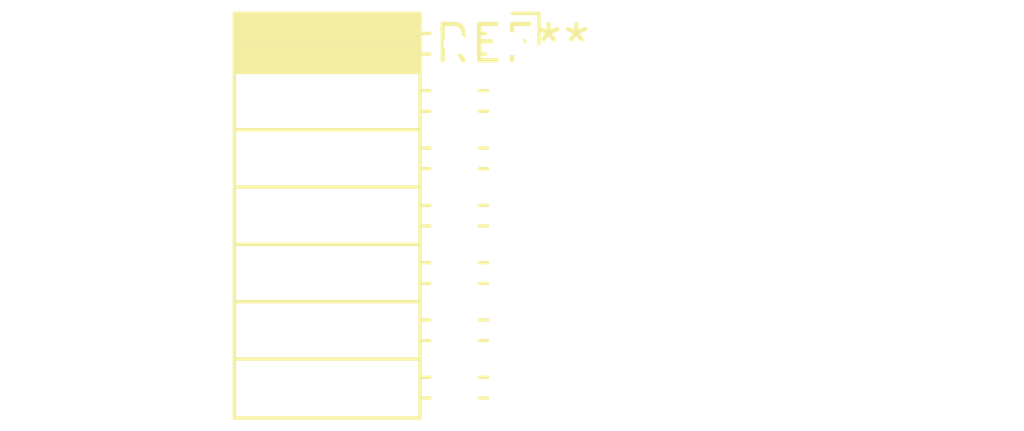
<source format=kicad_pcb>
(kicad_pcb (version 20240108) (generator pcbnew)
  (layers (0 "F.Cu" signal) (31 "B.Cu" signal) (34 "B.Paste" user) (35 "F.Paste" user) (36 "B.SilkS" user "B.Silkscreen") (37 "F.SilkS" user "F.Silkscreen") (38 "B.Mask" user) (39 "F.Mask" user) (44 "Edge.Cuts" user))
  (net 0 "")
  (footprint "PinSocket_2x07_P2.00mm_Horizontal" (layer "F.Cu") (at 0 0)
    (property "Reference" "REF**")
    (property "Value" "PinSocket_2x07_P2.00mm_Horizontal")
    (fp_line (start -9.68 -1.06) (end -9.68 13.06) (layer "F.SilkS") (stroke (width 0.12)))
    (fp_line (start -9.68 -1.06) (end -3.21 -1.06) (layer "F.SilkS") (stroke (width 0.12)))
    (fp_line (start -9.68 -0.94) (end -3.21 -0.94) (layer "F.SilkS") (stroke (width 0.12)))
    (fp_line (start -9.68 -0.825882) (end -3.21 -0.825882) (layer "F.SilkS") (stroke (width 0.12)))
    (fp_line (start -9.68 -0.711764) (end -3.21 -0.711764) (layer "F.SilkS") (stroke (width 0.12)))
    (fp_line (start -9.68 -0.597646) (end -3.21 -0.597646) (layer "F.SilkS") (stroke (width 0.12)))
    (fp_line (start -9.68 -0.483528) (end -3.21 -0.483528) (layer "F.SilkS") (stroke (width 0.12)))
    (fp_line (start -9.68 -0.36941) (end -3.21 -0.36941) (layer "F.SilkS") (stroke (width 0.12)))
    (fp_line (start -9.68 -0.255292) (end -3.21 -0.255292) (layer "F.SilkS") (stroke (width 0.12)))
    (fp_line (start -9.68 -0.141174) (end -3.21 -0.141174) (layer "F.SilkS") (stroke (width 0.12)))
    (fp_line (start -9.68 -0.027056) (end -3.21 -0.027056) (layer "F.SilkS") (stroke (width 0.12)))
    (fp_line (start -9.68 0.087062) (end -3.21 0.087062) (layer "F.SilkS") (stroke (width 0.12)))
    (fp_line (start -9.68 0.20118) (end -3.21 0.20118) (layer "F.SilkS") (stroke (width 0.12)))
    (fp_line (start -9.68 0.315298) (end -3.21 0.315298) (layer "F.SilkS") (stroke (width 0.12)))
    (fp_line (start -9.68 0.429416) (end -3.21 0.429416) (layer "F.SilkS") (stroke (width 0.12)))
    (fp_line (start -9.68 0.543534) (end -3.21 0.543534) (layer "F.SilkS") (stroke (width 0.12)))
    (fp_line (start -9.68 0.657652) (end -3.21 0.657652) (layer "F.SilkS") (stroke (width 0.12)))
    (fp_line (start -9.68 0.77177) (end -3.21 0.77177) (layer "F.SilkS") (stroke (width 0.12)))
    (fp_line (start -9.68 0.885888) (end -3.21 0.885888) (layer "F.SilkS") (stroke (width 0.12)))
    (fp_line (start -9.68 1) (end -3.21 1) (layer "F.SilkS") (stroke (width 0.12)))
    (fp_line (start -9.68 3) (end -3.21 3) (layer "F.SilkS") (stroke (width 0.12)))
    (fp_line (start -9.68 5) (end -3.21 5) (layer "F.SilkS") (stroke (width 0.12)))
    (fp_line (start -9.68 7) (end -3.21 7) (layer "F.SilkS") (stroke (width 0.12)))
    (fp_line (start -9.68 9) (end -3.21 9) (layer "F.SilkS") (stroke (width 0.12)))
    (fp_line (start -9.68 11) (end -3.21 11) (layer "F.SilkS") (stroke (width 0.12)))
    (fp_line (start -9.68 13.06) (end -3.21 13.06) (layer "F.SilkS") (stroke (width 0.12)))
    (fp_line (start -3.21 -1.06) (end -3.21 13.06) (layer "F.SilkS") (stroke (width 0.12)))
    (fp_line (start -3.21 -0.36) (end -2.862917 -0.36) (layer "F.SilkS") (stroke (width 0.12)))
    (fp_line (start -3.21 0.36) (end -2.862917 0.36) (layer "F.SilkS") (stroke (width 0.12)))
    (fp_line (start -3.21 1.64) (end -2.862917 1.64) (layer "F.SilkS") (stroke (width 0.12)))
    (fp_line (start -3.21 2.36) (end -2.862917 2.36) (layer "F.SilkS") (stroke (width 0.12)))
    (fp_line (start -3.21 3.64) (end -2.862917 3.64) (layer "F.SilkS") (stroke (width 0.12)))
    (fp_line (start -3.21 4.36) (end -2.862917 4.36) (layer "F.SilkS") (stroke (width 0.12)))
    (fp_line (start -3.21 5.64) (end -2.862917 5.64) (layer "F.SilkS") (stroke (width 0.12)))
    (fp_line (start -3.21 6.36) (end -2.862917 6.36) (layer "F.SilkS") (stroke (width 0.12)))
    (fp_line (start -3.21 7.64) (end -2.862917 7.64) (layer "F.SilkS") (stroke (width 0.12)))
    (fp_line (start -3.21 8.36) (end -2.862917 8.36) (layer "F.SilkS") (stroke (width 0.12)))
    (fp_line (start -3.21 9.64) (end -2.862917 9.64) (layer "F.SilkS") (stroke (width 0.12)))
    (fp_line (start -3.21 10.36) (end -2.862917 10.36) (layer "F.SilkS") (stroke (width 0.12)))
    (fp_line (start -3.21 11.64) (end -2.862917 11.64) (layer "F.SilkS") (stroke (width 0.12)))
    (fp_line (start -3.21 12.36) (end -2.862917 12.36) (layer "F.SilkS") (stroke (width 0.12)))
    (fp_line (start -1.137083 -0.36) (end -0.935 -0.36) (layer "F.SilkS") (stroke (width 0.12)))
    (fp_line (start -1.137083 0.36) (end -0.935 0.36) (layer "F.SilkS") (stroke (width 0.12)))
    (fp_line (start -1.137083 1.64) (end -0.862917 1.64) (layer "F.SilkS") (stroke (width 0.12)))
    (fp_line (start -1.137083 2.36) (end -0.862917 2.36) (layer "F.SilkS") (stroke (width 0.12)))
    (fp_line (start -1.137083 3.64) (end -0.862917 3.64) (layer "F.SilkS") (stroke (width 0.12)))
    (fp_line (start -1.137083 4.36) (end -0.862917 4.36) (layer "F.SilkS") (stroke (width 0.12)))
    (fp_line (start -1.137083 5.64) (end -0.862917 5.64) (layer "F.SilkS") (stroke (width 0.12)))
    (fp_line (start -1.137083 6.36) (end -0.862917 6.36) (layer "F.SilkS") (stroke (width 0.12)))
    (fp_line (start -1.137083 7.64) (end -0.862917 7.64) (layer "F.SilkS") (stroke (width 0.12)))
    (fp_line (start -1.137083 8.36) (end -0.862917 8.36) (layer "F.SilkS") (stroke (width 0.12)))
    (fp_line (start -1.137083 9.64) (end -0.862917 9.64) (layer "F.SilkS") (stroke (width 0.12)))
    (fp_line (start -1.137083 10.36) (end -0.862917 10.36) (layer "F.SilkS") (stroke (width 0.12)))
    (fp_line (start -1.137083 11.64) (end -0.862917 11.64) (layer "F.SilkS") (stroke (width 0.12)))
    (fp_line (start -1.137083 12.36) (end -0.862917 12.36) (layer "F.SilkS") (stroke (width 0.12)))
    (fp_line (start 0 -1.06) (end 0.935 -1.06) (layer "F.SilkS") (stroke (width 0.12)))
    (fp_line (start 0.935 -1.06) (end 0.935 0) (layer "F.SilkS") (stroke (width 0.12)))
    (pad "1" thru_hole rect (at 0 0) (size 1.35 1.35) (drill 0.8) (layers *.Cu *.Mask) (remove_unused_layers))
    (pad "2" thru_hole oval (at -2 0) (size 1.35 1.35) (drill 0.8) (layers *.Cu *.Mask) (remove_unused_layers))
    (pad "3" thru_hole oval (at 0 2) (size 1.35 1.35) (drill 0.8) (layers *.Cu *.Mask) (remove_unused_layers))
    (pad "4" thru_hole oval (at -2 2) (size 1.35 1.35) (drill 0.8) (layers *.Cu *.Mask) (remove_unused_layers))
    (pad "5" thru_hole oval (at 0 4) (size 1.35 1.35) (drill 0.8) (layers *.Cu *.Mask) (remove_unused_layers))
    (pad "6" thru_hole oval (at -2 4) (size 1.35 1.35) (drill 0.8) (layers *.Cu *.Mask) (remove_unused_layers))
    (pad "7" thru_hole oval (at 0 6) (size 1.35 1.35) (drill 0.8) (layers *.Cu *.Mask) (remove_unused_layers))
    (pad "8" thru_hole oval (at -2 6) (size 1.35 1.35) (drill 0.8) (layers *.Cu *.Mask) (remove_unused_layers))
    (pad "9" thru_hole oval (at 0 8) (size 1.35 1.35) (drill 0.8) (layers *.Cu *.Mask) (remove_unused_layers))
    (pad "10" thru_hole oval (at -2 8) (size 1.35 1.35) (drill 0.8) (layers *.Cu *.Mask) (remove_unused_layers))
    (pad "11" thru_hole oval (at 0 10) (size 1.35 1.35) (drill 0.8) (layers *.Cu *.Mask) (remove_unused_layers))
    (pad "12" thru_hole oval (at -2 10) (size 1.35 1.35) (drill 0.8) (layers *.Cu *.Mask) (remove_unused_layers))
    (pad "13" thru_hole oval (at 0 12) (size 1.35 1.35) (drill 0.8) (layers *.Cu *.Mask) (remove_unused_layers))
    (pad "14" thru_hole oval (at -2 12) (size 1.35 1.35) (drill 0.8) (layers *.Cu *.Mask) (remove_unused_layers))
  )
)
</source>
